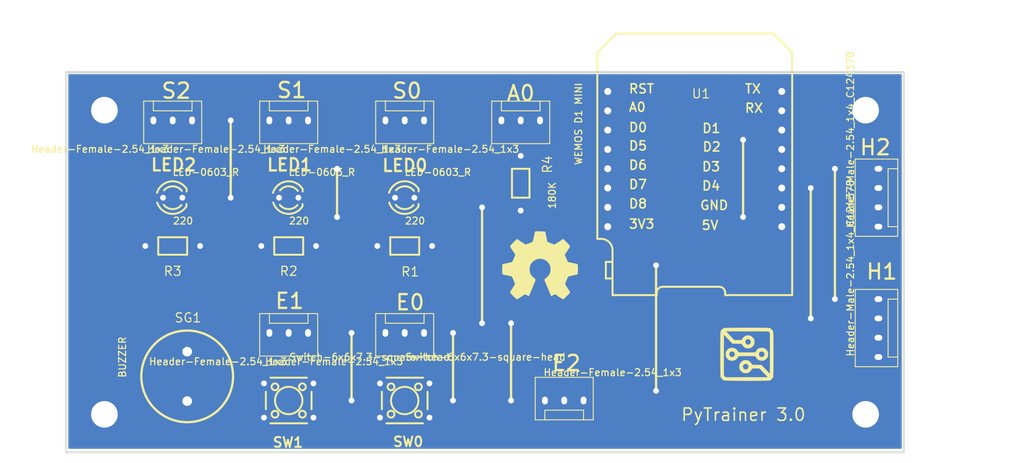
<source format=kicad_pcb>
(kicad_pcb (version 20241229) (generator "pcbnew") (generator_version "9.0")
  (layers (0 "F.Cu" signal "TopLayer") (2 "B.Cu" signal "BottomLayer") (13 "F.Paste" user "TopPasteMaskLayer") (15 "B.Paste" user "BottomPasteMaskLayer") (5 "F.SilkS" user "TopSilkLayer") (7 "B.SilkS" user "BottomSilkLayer") (1 "F.Mask" user "TopSolderMaskLayer") (3 "B.Mask" user "BottomSolderMaskLayer") (25 "Edge.Cuts" user "BoardOutLine"))
  (net 1 "")
  (net 2 "BUZZER")
  (net 3 "+5V")
  (net 4 "IN0")
  (net 5 "OUT2")
  (net 6 "SCL")
  (net 7 "SDA")
  (net 8 "IN2")
  (net 9 "IN1")
  (net 10 "A0")
  (net 11 "R3_1")
  (net 12 "GND")
  (net 13 "OUT1")
  (net 14 "R2_1")
  (net 15 "R1_1")
  (net 16 "OUT0")
  (net 17 "R4_1")
  (footprint "PyTrainer:Pad_gge6586" (layer "F.Cu") (at 167.47 121.91)
    (property "Reference" "Pad_gge6586" (hide yes))
    (property "Value" "Pad_gge6586" (hide yes))
    (pad "" thru_hole oval (at 0 0) (size 2.032 2.032) (drill 0.762) (layers "*.Cu" "*.Mask") (net 8 "IN2"))
  )
  (footprint "PyTrainer:Hole_gge2788" (layer "F.Cu") (at 95 124.9999)
    (property "Reference" "Hole_gge2788" (hide yes))
    (property "Value" "Hole_gge2788" (hide yes))
    (pad "" np_thru_hole circle (at 0 0) (size 3.5 3.5) (drill 3.5) (layers "*.Cu" "*.Mask"))
  )
  (footprint "PyTrainer:MOLEX-1X3" (layer "F.Cu") (at 152.23 86.35 180)
    (property "Reference" "A0" (at 4.5441 4.7483 0) (layer "F.SilkS") (effects (font (size 2 2) (thickness 0.3)) (justify left top)))
    (property "Value" "Header-Female-2.54_1x3" (at 20.9753 -3.2385 0) (layer "F.SilkS") (effects (font (size 0.9144 0.9144) (thickness 0.1524)) (justify left top)))
    (pad "1" thru_hole rect (at 0 0 180) (size 1.778 2.286) (drill oval 0.762 1.0211) (layers "*.Cu" "*.Mask") (net 17 "R4_1"))
    (pad "2" thru_hole oval (at 2.54 0 180) (size 1.778 2.286) (drill oval 0.762 1.0211) (layers "*.Cu" "*.Mask") (net 3 "+5V"))
    (pad "3" thru_hole oval (at 5.08 0 180) (size 1.778 2.286) (drill oval 0.762 1.0211) (layers "*.Cu" "*.Mask") (net 12 "GND"))
  )
  (footprint "PyTrainer:Hole_gge2783" (layer "F.Cu") (at 95 85)
    (property "Reference" "Hole_gge2783" (hide yes))
    (property "Value" "Hole_gge2783" (hide yes))
    (pad "" np_thru_hole circle (at 0 0) (size 3.5 3.5) (drill 3.5) (layers "*.Cu" "*.Mask"))
  )
  (footprint "PyTrainer:Pad_gge6679" (layer "F.Cu") (at 127.465 114.29)
    (property "Reference" "Pad_gge6679" (hide yes))
    (property "Value" "Pad_gge6679" (hide yes))
    (pad "" thru_hole oval (at 0 0) (size 2.032 2.032) (drill 0.762) (layers "*.Cu" "*.Mask") (net 12 "GND"))
  )
  (footprint "PyTrainer:Pad_gge6667" (layer "F.Cu") (at 178.9 88.89)
    (property "Reference" "Pad_gge6667" (hide yes))
    (property "Value" "Pad_gge6667" (hide yes))
    (pad "" thru_hole oval (at 0 0) (size 2.54 2.54) (drill 0.762) (layers "*.Cu" "*.Mask") (net 12 "GND"))
  )
  (footprint "PyTrainer:LED-TH_BD3.0-P2.54-FD" (layer "F.Cu") (at 119.21 96.51)
    (property "Reference" "LED1" (at -3.015 -5.25 0) (layer "F.SilkS") (effects (font (size 1.6 1.6) (thickness 0.3)) (justify left top)))
    (property "Value" "LED-0603_R" (at -0.0988 -3.8837 0) (layer "F.SilkS") (effects (font (size 0.9144 0.9144) (thickness 0.1524)) (justify left top)))
    (pad "1" thru_hole oval (at -1.27 0) (size 1.778 2.286) (drill 0.762) (layers "*.Cu" "*.Mask") (net 14 "R2_1"))
    (pad "2" thru_hole rect (at 1.27 0) (size 1.778 2.286) (drill 0.762) (layers "*.Cu" "*.Mask") (net 12 "GND"))
  )
  (footprint "PyTrainer:Pad_gge6562" (layer "F.Cu") (at 125.56 99.05)
    (property "Reference" "Pad_gge6562" (hide yes))
    (property "Value" "Pad_gge6562" (hide yes))
    (pad "" thru_hole oval (at 0 0) (size 2.54 2.54) (drill 0.762) (layers "*.Cu" "*.Mask") (net 13 "OUT1"))
  )
  (footprint "PyTrainer:Pad_gge6538" (layer "F.Cu") (at 111.59 96.51)
    (property "Reference" "Pad_gge6538" (hide yes))
    (property "Value" "Pad_gge6538" (hide yes))
    (pad "" thru_hole oval (at 0 0) (size 2.54 2.54) (drill 0.762) (layers "*.Cu" "*.Mask") (net 5 "OUT2"))
  )
  (footprint "PyTrainer:SW-TH_4P-L6.0-W6.0-P4.50-LS6.5" (layer "F.Cu") (at 134.45 123.18)
    (property "Reference" "SW0" (at -1.665 4.675 0) (layer "F.SilkS") (effects (font (size 1.28 1.28) (thickness 0.25)) (justify left top)))
    (property "Value" "Switch-6x6x7.3-square-head" (at 0 -6.2484 0) (layer "F.SilkS") (effects (font (size 0.9144 0.9144) (thickness 0.1524)) (justify left top)))
    (pad "1" thru_hole oval (at -3.2499 -2.2499) (size 2.286 2.286) (drill 0.762) (layers "*.Cu" "*.Mask") (net 9 "IN1"))
    (pad "2" thru_hole oval (at 3.2499 -2.2499) (size 2.286 2.286) (drill 0.762) (layers "*.Cu" "*.Mask") (net 9 "IN1"))
    (pad "3" thru_hole oval (at -3.2499 2.2499) (size 2.286 2.286) (drill 0.762) (layers "*.Cu" "*.Mask") (net 12 "GND"))
    (pad "4" thru_hole oval (at 3.2499 2.2499) (size 2.286 2.286) (drill 0.762) (layers "*.Cu" "*.Mask") (net 12 "GND"))
  )
  (footprint "PyTrainer:Pad_gge6574" (layer "F.Cu") (at 167.47 105.4)
    (property "Reference" "Pad_gge6574" (hide yes))
    (property "Value" "Pad_gge6574" (hide yes))
    (pad "" thru_hole oval (at 0 0) (size 2.032 2.032) (drill 0.762) (layers "*.Cu" "*.Mask") (net 8 "IN2"))
  )
  (footprint "PyTrainer:LED-TH_BD3.0-P2.54-FD" (layer "F.Cu") (at 103.97 96.51)
    (property "Reference" "LED2" (at -3.015 -5.25 0) (layer "F.SilkS") (effects (font (size 1.6 1.6) (thickness 0.3)) (justify left top)))
    (property "Value" "LED-0603_R" (at -0.0988 -3.8837 0) (layer "F.SilkS") (effects (font (size 0.9144 0.9144) (thickness 0.1524)) (justify left top)))
    (pad "1" thru_hole oval (at -1.27 0) (size 1.778 2.286) (drill 0.762) (layers "*.Cu" "*.Mask") (net 11 "R3_1"))
    (pad "2" thru_hole rect (at 1.27 0) (size 1.778 2.286) (drill 0.762) (layers "*.Cu" "*.Mask") (net 12 "GND"))
  )
  (footprint "PyTrainer:Pad_gge6514" (layer "F.Cu") (at 144.61 97.78)
    (property "Reference" "Pad_gge6514" (hide yes))
    (property "Value" "Pad_gge6514" (hide yes))
    (pad "" thru_hole oval (at 0 0) (size 2.54 2.54) (drill 0.762) (layers "*.Cu" "*.Mask") (net 3 "+5V"))
  )
  (footprint "PyTrainer:Pad_gge6622" (layer "F.Cu") (at 190.965 109.845)
    (property "Reference" "Pad_gge6622" (hide yes))
    (property "Value" "Pad_gge6622" (hide yes))
    (pad "" thru_hole oval (at 0 0) (size 2.032 2.032) (drill 0.762) (layers "*.Cu" "*.Mask") (net 6 "SCL"))
  )
  (footprint "PyTrainer:WEMOS D1 MINI" (layer "F.Cu") (at 161.12 100.32 90)
    (property "Reference" "U1" (at 18.185 10.955 0) (layer "F.SilkS") (effects (font (size 1.2 1.2) (thickness 0.1524)) (justify left top)))
    (property "Value" "WEMOS D1 MINI" (at 8.018 -4.3703 90) (layer "F.SilkS") (effects (font (size 0.9144 0.9144) (thickness 0.1524)) (justify left top)))
    (fp_text user "D1" (at 13.6386 12.3053 0) (layer "F.SilkS") (effects (font (size 1.2 1.2) (thickness 0.2032)) (justify left top)))
    (fp_text user "GND" (at 3.5117 12.0183 0) (layer "F.SilkS") (effects (font (size 1.2 1.2) (thickness 0.2032)) (justify left top)))
    (fp_text user "D2" (at 11.2 12.352 0) (layer "F.SilkS") (effects (font (size 1.2 1.2) (thickness 0.2032)) (justify left top)))
    (fp_text user "D8" (at 3.7187 2.667 0) (layer "F.SilkS") (effects (font (size 1.2 1.2) (thickness 0.2032)) (justify left top)))
    (fp_text user "5V" (at 0.8916 12.225 0) (layer "F.SilkS") (effects (font (size 1.2 1.2) (thickness 0.2032)) (justify left top)))
    (fp_text user "D4" (at 6.073 12.272 0) (layer "F.SilkS") (effects (font (size 1.2 1.2) (thickness 0.2032)) (justify left top)))
    (fp_text user "3V3" (at 1.0517 2.6673 0) (layer "F.SilkS") (effects (font (size 1.2 1.2) (thickness 0.2032)) (justify left top)))
    (fp_text user "D6" (at 8.7987 2.6673 0) (layer "F.SilkS") (effects (font (size 1.2 1.2) (thickness 0.2032)) (justify left top)))
    (fp_text user "D0" (at 13.7517 2.667 0) (layer "F.SilkS") (effects (font (size 1.2 1.2) (thickness 0.2032)) (justify left top)))
    (fp_text user "TX" (at 18.8317 17.9073 0) (layer "F.SilkS") (effects (font (size 1.2 1.2) (thickness 0.2032)) (justify left top)))
    (fp_text user "A0" (at 16.4187 2.667 0) (layer "F.SilkS") (effects (font (size 1.2 1.2) (thickness 0.2032)) (justify left top)))
    (fp_text user "D7" (at 6.2587 2.667 0) (layer "F.SilkS") (effects (font (size 1.2 1.2) (thickness 0.2032)) (justify left top)))
    (fp_text user "D5" (at 11.3387 2.667 0) (layer "F.SilkS") (effects (font (size 1.2 1.2) (thickness 0.2032)) (justify left top)))
    (fp_text user "RST" (at 18.8317 2.6673 0) (layer "F.SilkS") (effects (font (size 1.2 1.2) (thickness 0.2032)) (justify left top)))
    (fp_text user "RX" (at 16.2917 17.9073 0) (layer "F.SilkS") (effects (font (size 1.2 1.2) (thickness 0.2032)) (justify left top)))
    (fp_text user "D3" (at 8.5917 12.2723 0) (layer "F.SilkS") (effects (font (size 1.2 1.2) (thickness 0.2032)) (justify left top)))
    (pad "1" thru_hole rect (at 0 22.86 90) (size 1.778 3.302) (drill 0.9144) (layers "*.Cu" "*.Mask") (net 3 "+5V"))
    (pad "2" thru_hole rect (at 2.54 22.86 90) (size 1.778 3.302) (drill 0.9144) (layers "*.Cu" "*.Mask") (net 12 "GND"))
    (pad "3" thru_hole rect (at 5.08 22.86 90) (size 1.778 3.302) (drill 0.9144) (layers "*.Cu" "*.Mask") (net 9 "IN1"))
    (pad "4" thru_hole rect (at 7.62 22.86 90) (size 1.778 3.302) (drill 0.9144) (layers "*.Cu" "*.Mask") (net 4 "IN0"))
    (pad "5" thru_hole rect (at 10.16 22.86 90) (size 1.778 3.302) (drill 0.9144) (layers "*.Cu" "*.Mask") (net 7 "SDA"))
    (pad "6" thru_hole rect (at 12.7 22.86 90) (size 1.778 3.302) (drill 0.9144) (layers "*.Cu" "*.Mask") (net 6 "SCL"))
    (pad "7" thru_hole rect (at 15.24 22.86 90) (size 1.778 3.302) (drill 0.9144) (layers "*.Cu" "*.Mask") (net 0 ""))
    (pad "8" thru_hole rect (at 17.78 22.86 90) (size 1.778 3.302) (drill 0.9144) (layers "*.Cu" "*.Mask") (net 0 ""))
    (pad "9" thru_hole rect (at 17.78 0 90) (size 1.778 3.302) (drill 0.9144) (layers "*.Cu" "*.Mask") (net 0 ""))
    (pad "10" thru_hole rect (at 15.24 0 90) (size 1.778 3.302) (drill 0.9144) (layers "*.Cu" "*.Mask") (net 10 "A0"))
    (pad "11" thru_hole rect (at 12.7 0 90) (size 1.778 3.302) (drill 0.9144) (layers "*.Cu" "*.Mask") (net 5 "OUT2"))
    (pad "12" thru_hole rect (at 10.16 0 90) (size 1.778 3.302) (drill 0.9144) (layers "*.Cu" "*.Mask") (net 8 "IN2"))
    (pad "13" thru_hole rect (at 7.62 0 90) (size 1.778 3.302) (drill 0.9144) (layers "*.Cu" "*.Mask") (net 16 "OUT0"))
    (pad "14" thru_hole rect (at 5.08 0 90) (size 1.778 3.302) (drill 0.9144) (layers "*.Cu" "*.Mask") (net 2 "BUZZER"))
    (pad "15" thru_hole rect (at 2.54 0 90) (size 1.778 3.302) (drill 0.9144) (layers "*.Cu" "*.Mask") (net 13 "OUT1"))
    (pad "16" thru_hole rect (at 0 0 90) (size 1.778 3.302) (drill 0.9144) (layers "*.Cu" "*.Mask") (net 0 ""))
  )
  (footprint "PyTrainer:Pad_gge6490" (layer "F.Cu") (at 148.42 113.02)
    (property "Reference" "Pad_gge6490" (hide yes))
    (property "Value" "Pad_gge6490" (hide yes))
    (pad "" thru_hole oval (at 0 0) (size 2.54 2.54) (drill 0.762) (layers "*.Cu" "*.Mask") (net 3 "+5V"))
  )
  (footprint "PyTrainer:MOLEX-1X3" (layer "F.Cu") (at 121.75 114.29 180)
    (property "Reference" "E1" (at 4.4793 5.3693 0) (layer "F.SilkS") (effects (font (size 2 2) (thickness 0.3)) (justify left top)))
    (property "Value" "Header-Female-2.54_1x3" (at 20.9753 -3.2385 0) (layer "F.SilkS") (effects (font (size 0.9144 0.9144) (thickness 0.1524)) (justify left top)))
    (pad "1" thru_hole rect (at 0 0 180) (size 1.778 2.286) (drill oval 0.762 1.0211) (layers "*.Cu" "*.Mask") (net 4 "IN0"))
    (pad "2" thru_hole oval (at 2.54 0 180) (size 1.778 2.286) (drill oval 0.762 1.0211) (layers "*.Cu" "*.Mask") (net 3 "+5V"))
    (pad "3" thru_hole oval (at 5.08 0 180) (size 1.778 2.286) (drill oval 0.762 1.0211) (layers "*.Cu" "*.Mask") (net 12 "GND"))
  )
  (footprint "PyTrainer:Pad_gge6634" (layer "F.Cu") (at 187.79 112.385)
    (property "Reference" "Pad_gge6634" (hide yes))
    (property "Value" "Pad_gge6634" (hide yes))
    (pad "" thru_hole oval (at 0 0) (size 2.032 2.032) (drill 0.762) (layers "*.Cu" "*.Mask") (net 7 "SDA"))
  )
  (footprint "PyTrainer:Pad_gge6466" (layer "F.Cu") (at 140.8 114.29)
    (property "Reference" "Pad_gge6466" (hide yes))
    (property "Value" "Pad_gge6466" (hide yes))
    (pad "" thru_hole oval (at 0 0) (size 2.032 2.032) (drill 0.762) (layers "*.Cu" "*.Mask") (net 9 "IN1"))
  )
  (footprint "PyTrainer:Pad_gge6655" (layer "F.Cu") (at 178.9 99.05)
    (property "Reference" "Pad_gge6655" (hide yes))
    (property "Value" "Pad_gge6655" (hide yes))
    (pad "" thru_hole oval (at 0 0) (size 2.54 2.54) (drill 0.762) (layers "*.Cu" "*.Mask") (net 12 "GND"))
  )
  (footprint "PyTrainer:Pad_gge6550" (layer "F.Cu") (at 125.56 92.7)
    (property "Reference" "Pad_gge6550" (hide yes))
    (property "Value" "Pad_gge6550" (hide yes))
    (pad "" thru_hole oval (at 0 0) (size 2.54 2.54) (drill 0.762) (layers "*.Cu" "*.Mask") (net 13 "OUT1"))
  )
  (footprint "PyTrainer:Pad_gge6502" (layer "F.Cu") (at 148.42 123.18)
    (property "Reference" "Pad_gge6502" (hide yes))
    (property "Value" "Pad_gge6502" (hide yes))
    (pad "" thru_hole oval (at 0 0) (size 2.54 2.54) (drill 0.762) (layers "*.Cu" "*.Mask") (net 3 "+5V"))
  )
  (footprint "PyTrainer:RD-3.2X1.8-1/8W" (layer "F.Cu") (at 119.21 102.86)
    (property "Reference" "R2" (at -1.2695 2.61 0) (layer "F.SilkS") (effects (font (size 1.2 1.2) (thickness 0.1524)) (justify left top)))
    (property "Value" "220" (at -0.0485 -3.8354 0) (layer "F.SilkS") (effects (font (size 0.9144 0.9144) (thickness 0.1524)) (justify left top)))
    (pad "1" thru_hole oval (at -3.5999 0) (size 2.032 2.032) (drill 0.762) (layers "*.Cu" "*.Mask") (net 14 "R2_1"))
    (pad "2" thru_hole oval (at 3.5999 0) (size 2.032 2.032) (drill 0.762) (layers "*.Cu" "*.Mask") (net 13 "OUT1"))
  )
  (footprint "PyTrainer:Pad_gge6598" (layer "F.Cu") (at 187.79 95.24)
    (property "Reference" "Pad_gge6598" (hide yes))
    (property "Value" "Pad_gge6598" (hide yes))
    (pad "" thru_hole oval (at 0 0) (size 2.032 2.032) (drill 0.762) (layers "*.Cu" "*.Mask") (net 7 "SDA"))
  )
  (footprint "PyTrainer:LED-TH_BD3.0-P2.54-FD" (layer "F.Cu") (at 134.45 96.51)
    (property "Reference" "LED0" (at -3.1148 -5.172 0) (layer "F.SilkS") (effects (font (size 1.6 1.6) (thickness 0.3)) (justify left top)))
    (property "Value" "LED-0603_R" (at -0.0998 -3.8844 0) (layer "F.SilkS") (effects (font (size 0.9144 0.9144) (thickness 0.1524)) (justify left top)))
    (pad "1" thru_hole oval (at -1.27 0) (size 1.778 2.286) (drill 0.762) (layers "*.Cu" "*.Mask") (net 15 "R1_1"))
    (pad "2" thru_hole rect (at 1.27 0) (size 1.778 2.286) (drill 0.762) (layers "*.Cu" "*.Mask") (net 12 "GND"))
  )
  (footprint "PyTrainer:SW-TH_4P-L6.0-W6.0-P4.50-LS6.5" (layer "F.Cu") (at 119.21 123.18)
    (property "Reference" "SW1" (at -2.22 4.755 0) (layer "F.SilkS") (effects (font (size 1.28 1.28) (thickness 0.25)) (justify left top)))
    (property "Value" "Switch-6x6x7.3-square-head" (at 0 -6.2484 0) (layer "F.SilkS") (effects (font (size 0.9144 0.9144) (thickness 0.1524)) (justify left top)))
    (pad "1" thru_hole oval (at -3.2499 -2.2499) (size 2.286 2.286) (drill 0.762) (layers "*.Cu" "*.Mask") (net 4 "IN0"))
    (pad "2" thru_hole oval (at 3.2499 -2.2499) (size 2.286 2.286) (drill 0.762) (layers "*.Cu" "*.Mask") (net 4 "IN0"))
    (pad "3" thru_hole oval (at -3.2499 2.2499) (size 2.286 2.286) (drill 0.762) (layers "*.Cu" "*.Mask") (net 12 "GND"))
    (pad "4" thru_hole oval (at 3.2499 2.2499) (size 2.286 2.286) (drill 0.762) (layers "*.Cu" "*.Mask") (net 12 "GND"))
  )
  (footprint "PyTrainer:Hole_gge3664" (layer "F.Cu") (at 194.9998 124.9999)
    (property "Reference" "Hole_gge3664" (hide yes))
    (property "Value" "Hole_gge3664" (hide yes))
    (pad "" np_thru_hole circle (at 0 0) (size 3.5 3.5) (drill 3.5) (layers "*.Cu" "*.Mask"))
  )
  (footprint "PyTrainer:Pad_gge6526" (layer "F.Cu") (at 111.59 86.35)
    (property "Reference" "Pad_gge6526" (hide yes))
    (property "Value" "Pad_gge6526" (hide yes))
    (pad "" thru_hole oval (at 0 0) (size 2.54 2.54) (drill 0.762) (layers "*.Cu" "*.Mask") (net 5 "OUT2"))
  )
  (footprint "PyTrainer:Pad_gge6454" (layer "F.Cu") (at 140.7868 123.18)
    (property "Reference" "Pad_gge6454" (hide yes))
    (property "Value" "Pad_gge6454" (hide yes))
    (pad "" thru_hole oval (at 0 0) (size 2.032 2.032) (drill 0.762) (layers "*.Cu" "*.Mask") (net 9 "IN1"))
  )
  (footprint "PyTrainer:Pad_gge6610" (layer "F.Cu") (at 190.965 92.7)
    (property "Reference" "Pad_gge6610" (hide yes))
    (property "Value" "Pad_gge6610" (hide yes))
    (pad "" thru_hole oval (at 0 0) (size 2.032 2.032) (drill 0.762) (layers "*.Cu" "*.Mask") (net 6 "SCL"))
  )
  (footprint "PyTrainer:RD-3.2X1.8-1/8W" (layer "F.Cu") (at 103.97 102.86)
    (property "Reference" "R3" (at -1.2695 2.61 0) (layer "F.SilkS") (effects (font (size 1.2 1.2) (thickness 0.1524)) (justify left top)))
    (property "Value" "220" (at -0.0478 -3.8354 0) (layer "F.SilkS") (effects (font (size 0.9144 0.9144) (thickness 0.1524)) (justify left top)))
    (pad "1" thru_hole oval (at -3.5999 0) (size 2.032 2.032) (drill 0.762) (layers "*.Cu" "*.Mask") (net 11 "R3_1"))
    (pad "2" thru_hole oval (at 3.5999 0) (size 2.032 2.032) (drill 0.762) (layers "*.Cu" "*.Mask") (net 5 "OUT2"))
  )
  (footprint "PyTrainer:MOLEX-1X4" (layer "F.Cu") (at 196.68 100.32 90)
    (property "Reference" "H2" (at 11.5999 -2.6149 0) (layer "F.SilkS") (effects (font (size 2 2) (thickness 0.3)) (justify left top)))
    (property "Value" "Header-Male-2.54_1x4_C124378" (at -0.254 -4.2164 90) (layer "F.SilkS") (effects (font (size 0.9144 0.9144) (thickness 0.1524)) (justify left top)))
    (pad "1" thru_hole rect (at 0 0 90) (size 1.778 2.286) (drill oval 0.762 1.0211) (layers "*.Cu" "*.Mask") (net 12 "GND"))
    (pad "2" thru_hole oval (at 2.54 0 90) (size 1.778 2.286) (drill oval 0.762 1.0211) (layers "*.Cu" "*.Mask") (net 3 "+5V"))
    (pad "3" thru_hole oval (at 5.08 0 90) (size 1.778 2.286) (drill oval 0.762 1.0211) (layers "*.Cu" "*.Mask") (net 7 "SDA"))
    (pad "4" thru_hole oval (at 7.62 0 90) (size 1.778 2.286) (drill oval 0.762 1.0211) (layers "*.Cu" "*.Mask") (net 6 "SCL"))
  )
  (footprint "PyTrainer:RD-3.2X1.8-1/8W" (layer "F.Cu") (at 149.69 94.605 -90)
    (property "Reference" "R4" (at -1.1905 -2.804 270) (layer "F.SilkS") (effects (font (size 1.2 1.2) (thickness 0.1524)) (justify left top)))
    (property "Value" "180K" (at 3.4691 -3.6043 90) (layer "F.SilkS") (effects (font (size 0.9144 0.9144) (thickness 0.1524)) (justify left top)))
    (pad "1" thru_hole oval (at -3.5999 0 270) (size 2.032 2.032) (drill 0.762) (layers "*.Cu" "*.Mask") (net 17 "R4_1"))
    (pad "2" thru_hole oval (at 3.5999 0 270) (size 2.032 2.032) (drill 0.762) (layers "*.Cu" "*.Mask") (net 10 "A0"))
  )
  (footprint "PyTrainer:MOLEX-1X3" (layer "F.Cu") (at 121.75 86.35 180)
    (property "Reference" "S1" (at 4.2583 5.1483 0) (layer "F.SilkS") (effects (font (size 2 2) (thickness 0.3)) (justify left top)))
    (property "Value" "Header-Female-2.54_1x3" (at 21.2293 -3.2385 0) (layer "F.SilkS") (effects (font (size 0.9144 0.9144) (thickness 0.1524)) (justify left top)))
    (pad "1" thru_hole rect (at 0 0 180) (size 1.778 2.286) (drill oval 0.762 1.0211) (layers "*.Cu" "*.Mask") (net 13 "OUT1"))
    (pad "2" thru_hole oval (at 2.54 0 180) (size 1.778 2.286) (drill oval 0.762 1.0211) (layers "*.Cu" "*.Mask") (net 3 "+5V"))
    (pad "3" thru_hole oval (at 5.08 0 180) (size 1.778 2.286) (drill oval 0.762 1.0211) (layers "*.Cu" "*.Mask") (net 12 "GND"))
  )
  (footprint "PyTrainer:BUZZER-12MM-NS" (layer "F.Cu") (at 105.875 120.005 90)
    (property "Reference" "SG1" (at 8.406 -1.745 0) (layer "F.SilkS") (effects (font (size 1.2 1.2) (thickness 0.1524)) (justify left top)))
    (property "Value" "BUZZER" (at -0.254 -9.0424 90) (layer "F.SilkS") (effects (font (size 0.9144 0.9144) (thickness 0.1524)) (justify left top)))
    (pad "+" thru_hole oval (at 3.2512 0 90) (size 3.048 3.048) (drill 1.27) (layers "*.Cu" "*.Mask") (net 2 "BUZZER"))
    (pad "-" thru_hole oval (at -3.2512 0 90) (size 3.048 3.048) (drill 1.27) (layers "*.Cu" "*.Mask") (net 12 "GND"))
  )
  (footprint "PyTrainer:MOLEX-1X3" (layer "F.Cu") (at 106.51 86.35 180)
    (property "Reference" "S2" (at 4.1783 5.0683 0) (layer "F.SilkS") (effects (font (size 2 2) (thickness 0.3)) (justify left top)))
    (property "Value" "Header-Female-2.54_1x3" (at 21.2293 -3.2385 0) (layer "F.SilkS") (effects (font (size 0.9144 0.9144) (thickness 0.1524)) (justify left top)))
    (pad "1" thru_hole rect (at 0 0 180) (size 1.778 2.286) (drill oval 0.762 1.0211) (layers "*.Cu" "*.Mask") (net 5 "OUT2"))
    (pad "2" thru_hole oval (at 2.54 0 180) (size 1.778 2.286) (drill oval 0.762 1.0211) (layers "*.Cu" "*.Mask") (net 3 "+5V"))
    (pad "3" thru_hole oval (at 5.08 0 180) (size 1.778 2.286) (drill oval 0.762 1.0211) (layers "*.Cu" "*.Mask") (net 12 "GND"))
  )
  (footprint "PyTrainer:Pad_gge6691" (layer "F.Cu") (at 127.465 123.18)
    (property "Reference" "Pad_gge6691" (hide yes))
    (property "Value" "Pad_gge6691" (hide yes))
    (pad "" thru_hole oval (at 0 0) (size 2.032 2.032) (drill 0.762) (layers "*.Cu" "*.Mask") (net 12 "GND"))
  )
  (footprint "PyTrainer:RD-3.2X1.8-1/8W" (layer "F.Cu") (at 134.45 102.86)
    (property "Reference" "R1" (at -0.5545 2.69 0) (layer "F.SilkS") (effects (font (size 1.2 1.2) (thickness 0.1524)) (justify left top)))
    (property "Value" "220" (at -0.0485 -3.8354 0) (layer "F.SilkS") (effects (font (size 0.9144 0.9144) (thickness 0.1524)) (justify left top)))
    (pad "1" thru_hole oval (at -3.5999 0) (size 2.032 2.032) (drill 0.762) (layers "*.Cu" "*.Mask") (net 15 "R1_1"))
    (pad "2" thru_hole oval (at 3.5999 0) (size 2.032 2.032) (drill 0.762) (layers "*.Cu" "*.Mask") (net 16 "OUT0"))
  )
  (footprint "PyTrainer:Hole_gge3649" (layer "F.Cu") (at 194.9998 85)
    (property "Reference" "Hole_gge3649" (hide yes))
    (property "Value" "Hole_gge3649" (hide yes))
    (pad "" np_thru_hole circle (at 0 0) (size 3.5 3.5) (drill 3.5) (layers "*.Cu" "*.Mask"))
  )
  (footprint "PyTrainer:MOLEX-1X3" (layer "F.Cu") (at 136.99 86.35 180)
    (property "Reference" "S0" (at 4.3459 5.0683 0) (layer "F.SilkS") (effects (font (size 2 2) (thickness 0.3)) (justify left top)))
    (property "Value" "Header-Female-2.54_1x3" (at 21.2293 -3.2385 0) (layer "F.SilkS") (effects (font (size 0.9144 0.9144) (thickness 0.1524)) (justify left top)))
    (pad "1" thru_hole rect (at 0 0 180) (size 1.778 2.286) (drill oval 0.762 1.0211) (layers "*.Cu" "*.Mask") (net 16 "OUT0"))
    (pad "2" thru_hole oval (at 2.54 0 180) (size 1.778 2.286) (drill oval 0.762 1.0211) (layers "*.Cu" "*.Mask") (net 3 "+5V"))
    (pad "3" thru_hole oval (at 5.08 0 180) (size 1.778 2.286) (drill oval 0.762 1.0211) (layers "*.Cu" "*.Mask") (net 12 "GND"))
  )
  (footprint "PyTrainer:MOLEX-1X3" (layer "F.Cu") (at 152.865 123.18)
    (property "Reference" "E2" (at 0.765 -6.0848 0) (layer "F.SilkS") (effects (font (size 2 2) (thickness 0.3)) (justify left top)))
    (property "Value" "Header-Female-2.54_1x3" (at -0.254 -4.2164 0) (layer "F.SilkS") (effects (font (size 0.9144 0.9144) (thickness 0.1524)) (justify left top)))
    (pad "1" thru_hole rect (at 0 0) (size 1.778 2.286) (drill oval 0.762 1.0211) (layers "*.Cu" "*.Mask") (net 8 "IN2"))
    (pad "2" thru_hole oval (at 2.54 0) (size 1.778 2.286) (drill oval 0.762 1.0211) (layers "*.Cu" "*.Mask") (net 3 "+5V"))
    (pad "3" thru_hole oval (at 5.08 0) (size 1.778 2.286) (drill oval 0.762 1.0211) (layers "*.Cu" "*.Mask") (net 12 "GND"))
  )
  (footprint "PyTrainer:MOLEX-1X3" (layer "F.Cu") (at 136.99 114.29 180)
    (property "Reference" "E0" (at 3.8849 5.1849 0) (layer "F.SilkS") (effects (font (size 2 2) (thickness 0.3)) (justify left top)))
    (property "Value" "Header-Female-2.54_1x3" (at 20.9753 -3.2385 0) (layer "F.SilkS") (effects (font (size 0.9144 0.9144) (thickness 0.1524)) (justify left top)))
    (pad "1" thru_hole rect (at 0 0 180) (size 1.778 2.286) (drill oval 0.762 1.0211) (layers "*.Cu" "*.Mask") (net 9 "IN1"))
    (pad "2" thru_hole oval (at 2.54 0 180) (size 1.778 2.286) (drill oval 0.762 1.0211) (layers "*.Cu" "*.Mask") (net 3 "+5V"))
    (pad "3" thru_hole oval (at 5.08 0 180) (size 1.778 2.286) (drill oval 0.762 1.0211) (layers "*.Cu" "*.Mask") (net 12 "GND"))
  )
  (footprint "PyTrainer:Pad_gge6478" (layer "F.Cu") (at 144.61 113.02)
    (property "Reference" "Pad_gge6478" (hide yes))
    (property "Value" "Pad_gge6478" (hide yes))
    (pad "" thru_hole oval (at 0 0) (size 2.54 2.54) (drill 0.762) (layers "*.Cu" "*.Mask") (net 3 "+5V"))
  )
  (footprint "PyTrainer:MOLEX-1X4" (layer "F.Cu") (at 196.68 117.465 90)
    (property "Reference" "H1" (at 12.395 -1.759 0) (layer "F.SilkS") (effects (font (size 2 2) (thickness 0.3)) (justify left top)))
    (property "Value" "Header-Male-2.54_1x4_C124378" (at 0 -4.2164 90) (layer "F.SilkS") (effects (font (size 0.9144 0.9144) (thickness 0.1524)) (justify left top)))
    (pad "1" thru_hole rect (at 0 0 90) (size 1.778 2.286) (drill oval 0.762 1.0211) (layers "*.Cu" "*.Mask") (net 12 "GND"))
    (pad "2" thru_hole oval (at 2.54 0 90) (size 1.778 2.286) (drill oval 0.762 1.0211) (layers "*.Cu" "*.Mask") (net 3 "+5V"))
    (pad "3" thru_hole oval (at 5.08 0 90) (size 1.778 2.286) (drill oval 0.762 1.0211) (layers "*.Cu" "*.Mask") (net 7 "SDA"))
    (pad "4" thru_hole oval (at 7.62 0 90) (size 1.778 2.286) (drill oval 0.762 1.0211) (layers "*.Cu" "*.Mask") (net 6 "SCL"))
  )
  (gr_circle (center 105.875 120.005) (end 111.8991 120.005) (stroke (width 0.3)) (fill no) (layer "F.SilkS"))
  (gr_line (start 127.465 114.29) (end 127.465 123.18) (stroke (width 0.3)) (layer "F.SilkS"))
  (gr_line (start 144.61 97.78) (end 144.61 113.02) (stroke (width 0.3)) (layer "F.SilkS"))
  (gr_poly (pts (xy 181.518711 116.2554) (xy 181.6618 116.2897) (xy 181.760554 116.340995) (xy 181.846334 116.403168) (xy 181.930904 116.478149) (xy 182.066668 116.633228) (xy 182.1403 116.7585) (xy 182.177903 116.884393) (xy 182.193088 116.988852) (xy 182.198273 117.098744) (xy 182.181355 117.29915) (xy 182.1403 117.4431) (xy 182.079987 117.549541) (xy 182.013626 117.63551) (xy 181.935778 117.718741) (xy 181.781696 117.846669) (xy 181.6618 117.9119) (xy 181.534237 117.943942) (xy 181.428397 117.954369) (xy 181.316934 117.954531) (xy 181.113081 117.928309) (xy 180.967 117.8804) (xy 180.952032 117.872941) (xy 180.871335 117.820763) (xy 180.786279 117.749632) (xy 180.633668 117.584977) (xy 180.556647 117.466266) (xy 180.5381 117.4026) (xy 180.530074 117.387904) (xy 180.503314 117.37571) (xy 180.395589 117.359439) (xy 180.191382 117.349326) (xy 179.4006 117.3427) (xy 178.769221 117.345985) (xy 178.392871 117.360583) (xy 178.286101 117.379724) (xy 178.268475 117.390299) (xy 178.2631 117.4026) (xy 178.254584 117.442671) (xy 178.230776 117.492485) (xy 178.175044 117.575273) (xy 178.100883 117.663545) (xy 177.947377 117.807381) (xy 177.8343 117.8804) (xy 177.701842 117.925152) (xy 177.595545 117.944734) (xy 177.483924 117.954549) (xy 177.282576 117.946205) (xy 177.1394 117.9119) (xy 177.04074 117.860673) (xy 176.954987 117.798517) (xy 176.870432 117.723537) (xy 176.734646 117.568404) (xy 176.661 117.4431) (xy 176.63144 117.351657) (xy 176.612515 117.247631) (xy 176.603999 117.142798) (xy 177.093559 117.142798) (xy 177.10709 117.206496) (xy 177.1313 117.2717) (xy 177.1744 117.339408) (xy 177.216998 117.380569) (xy 177.266722 117.413574) (xy 177.324494 117.439074) (xy 177.386329 117.455093) (xy 177.511731 117.457909) (xy 177.62378 117.424842) (xy 177.7131 117.3616) (xy 177.765248 117.292514) (xy 177.790958 117.235422) (xy 177.806581 117.174649) (xy 177.809453 117.142817) (xy 180.987332 117.142817) (xy 181.000876 117.206506) (xy 181.0251 117.2717) (xy 181.0682 117.339408) (xy 181.110798 117.380569) (xy 181.160522 117.413574) (xy 181.218294 117.439074) (xy 181.280129 117.455093) (xy 181.405531 117.457909) (xy 181.51758 117.424842) (xy 181.6069 117.3616) (xy 181.659081 117.292456) (xy 181.684778 117.235362) (xy 181.700389 117.174589) (xy 181.706208 117.109954) (xy 181.701891 117.04521) (xy 181.666046 116.927198) (xy 181.602031 116.835937) (xy 181.5175 116.7766) (xy 181.450728 116.751686) (xy 181.385544 116.738142) (xy 181.322706 116.735237) (xy 181.261367 116.742553) (xy 181.204083 116.759512) (xy 181.150863 116.785787) (xy 181.103492 116.820341) (xy 181.029966 116.910359) (xy 180.989989 117.020477) (xy 180.987332 117.142817) (xy 177.809453 117.142817) (xy 177.812414 117.110006) (xy 177.808109 117.045253) (xy 177.772286 116.927217) (xy 177.708296 116.835942) (xy 177.6238 116.7766) (xy 177.557067 116.751702) (xy 177.491869 116.738149) (xy 177.429021 116.735235) (xy 177.367676 116.742542) (xy 177.310387 116.759491) (xy 177.257162 116.785757) (xy 177.209785 116.820304) (xy 177.13624 116.910315) (xy 177.096241 117.020441) (xy 177.093559 117.142798) (xy 176.603999 117.142798) (xy 176.603402 117.135444) (xy 176.612963 116.928503) (xy 176.6471 116.7848) (xy 176.692401 116.695121) (xy 176.753704 116.607638) (xy 176.828563 116.520402) (xy 176.982652 116.380282) (xy 177.1038 116.3056) (xy 177.179919 116.278889) (xy 177.268322 116.260557) (xy 177.376034 116.24992) (xy 177.488615 116.249385) (xy 177.690579 116.274445) (xy 177.8343 116.3212) (xy 177.849155 116.328599) (xy 177.929824 116.380737) (xy 178.014853 116.451834) (xy 178.167507 116.616525) (xy 178.244553 116.73526) (xy 178.2631 116.7989) (xy 178.27113 116.813626) (xy 178.297898 116.825842) (xy 178.405641 116.842141) (xy 178.609862 116.852268) (xy 179.4006 116.8589) (xy 180.032864 116.8556) (xy 180.408455 116.840986) (xy 180.515095 116.821825) (xy 180.532724 116.811228) (xy 180.5381 116.7989) (xy 180.546605 116.758898) (xy 180.570381 116.709161) (xy 180.626123 116.626384) (xy 180.700317 116.538102) (xy 180.853895 116.394231) (xy 180.967 116.3212) (xy 181.099506 116.276436) (xy 181.205804 116.256859) (xy 181.31742 116.247048)) (fill yes) (layer "F.SilkS"))
  (gr_line (start 148.42 113.02) (end 148.42 123.18) (stroke (width 0.3)) (layer "F.SilkS"))
  (gr_line (start 190.965 92.7) (end 190.965 109.845) (stroke (width 0.3)) (layer "F.SilkS"))
  (gr_poly (pts (xy 151.623 100.9468) (xy 151.592252 100.959592) (xy 151.56555 100.991408) (xy 151.522932 101.108944) (xy 151.4156 101.6183) (xy 151.34918 101.938647) (xy 151.28976 102.182744) (xy 151.2448 102.3092) (xy 151.161445 102.352461) (xy 150.757172 102.520512) (xy 150.489319 102.621237) (xy 150.3461 102.6645) (xy 150.301326 102.64554) (xy 150.028131 102.482585) (xy 149.7404 102.2961) (xy 149.1862 101.9277) (xy 148.749 102.3637) (xy 148.36681 102.768416) (xy 148.2887 102.8724) (xy 148.293362 102.925401) (xy 148.353142 103.054047) (xy 148.534 103.3378) (xy 148.888 103.8722) (xy 148.9735 104.014) (xy 148.8557 104.3105) (xy 148.6424 104.7956) (xy 148.617902 104.846327) (xy 148.57045 104.928947) (xy 148.535929 104.958415) (xy 148.483551 104.984137) (xy 148.293232 105.036784) (xy 147.935521 105.111772) (xy 147.7118 105.1576) (xy 147.2855 105.2455) (xy 147.2608 105.5926) (xy 147.249421 105.991565) (xy 147.2571 106.2626) (xy 147.261306 106.334405) (xy 147.261306 106.334405) (xy 147.268091 106.434305) (xy 147.281169 106.508907) (xy 147.308533 106.563757) (xy 147.358177 106.604399) (xy 147.438093 106.636379) (xy 147.556273 106.665242) (xy 147.9394 106.7358) (xy 148.350118 106.827666) (xy 148.455047 106.860605) (xy 148.5101 106.8869) (xy 148.548316 106.943253) (xy 148.676349 107.204494) (xy 148.888024 107.714207) (xy 148.9328 107.8675) (xy 148.9139 107.909597) (xy 148.6033 108.4075) (xy 148.431445 108.676488) (xy 148.312275 108.878801) (xy 148.2739 108.9631) (xy 148.292769 109.001154) (xy 148.414515 109.147929) (xy 148.750333 109.493635) (xy 148.967046 109.698085) (xy 149.133256 109.838663) (xy 149.195 109.8738) (xy 149.245547 109.854898) (xy 149.479502 109.720908) (xy 149.7543 109.5436) (xy 150.2463 109.2135) (xy 150.4992 109.3381) (xy 150.63672 109.400909) (xy 150.737163 109.437357) (xy 150.774 109.4408) (xy 150.800436 109.387772) (xy 151.069313 108.761126) (xy 151.39089 107.985586) (xy 151.5937 107.4752) (xy 151.663 107.2801) (xy 151.3651 106.9975) (xy 151.220064 106.85252) (xy 151.103628 106.717851) (xy 151.033011 106.619538) (xy 150.97615 106.521615) (xy 150.935542 106.431156) (xy 150.9045 106.337301) (xy 150.867563 106.130019) (xy 150.8591 105.922) (xy 150.864731 105.775963) (xy 150.880915 105.640733) (xy 150.904786 105.527859) (xy 150.937984 105.421374) (xy 150.978728 105.324798) (xy 151.028714 105.232157) (xy 151.159457 105.053209) (xy 151.2463 104.9602) (xy 151.429998 104.804548) (xy 151.631859 104.684222) (xy 151.848585 104.600301) (xy 152.075967 104.554179) (xy 152.308637 104.547117) (xy 152.540138 104.5797) (xy 152.653161 104.610713) (xy 152.763406 104.651389) (xy 152.869486 104.701239) (xy 152.971533 104.760403) (xy 153.067612 104.827784) (xy 153.15852 104.90402) (xy 153.24218 104.987423) (xy 153.31967 105.079172) (xy 153.389121 105.177188) (xy 153.451516 105.283049) (xy 153.4765 105.3319) (xy 153.557968 105.517586) (xy 153.594312 105.679331) (xy 153.603 105.9203) (xy 153.597723 106.076498) (xy 153.580988 106.218286) (xy 153.557462 106.326792) (xy 153.524281 106.42927) (xy 153.43291 106.611599) (xy 153.29494 106.794918) (xy 153.0835 107.0077) (xy 152.79 107.2755) (xy 152.8602 107.4729) (xy 153.035005 107.914829) (xy 153.61421 109.29807) (xy 153.6806 109.4408) (xy 153.706535 109.440068) (xy 153.842877 109.390266) (xy 153.9576 109.3371) (xy 154.2125 109.2114) (xy 154.7032 109.5426) (xy 155.142959 109.819104) (xy 155.2605 109.8738) (xy 155.299264 109.854933) (xy 155.447528 109.734037) (xy 155.795092 109.401876) (xy 156.001 109.187101) (xy 156.143625 109.02134) (xy 156.1808 108.9575) (xy 156.161899 108.909534) (xy 156.015034 108.655285) (xy 155.8514 108.3987) (xy 155.638841 108.067222) (xy 155.526951 107.876942) (xy 155.5219 107.8633) (xy 155.540211 107.796902) (xy 155.677253 107.446912) (xy 155.820847 107.114009) (xy 155.922522 106.90561) (xy 155.9314 106.8932) (xy 155.979807 106.86889) (xy 156.210059 106.802079) (xy 156.5299 106.7315) (xy 157.1272 106.6052) (xy 157.14863 106.576479) (xy 157.176851 106.461396) (xy 157.204152 106.174527) (xy 157.210484 105.952026) (xy 157.207123 105.716481) (xy 157.2004 105.5828) (xy 157.178 105.2361) (xy 156.5549 105.1132) (xy 156.024725 104.991501) (xy 155.8873 104.9417) (xy 155.8459 104.869317) (xy 155.6596 104.4537) (xy 155.4765 104.0144) (xy 155.8322 103.4781) (xy 156.01475 103.193661) (xy 156.125273 102.998885) (xy 156.159484 102.918912) (xy 156.165899 102.872494) (xy 156.1654 102.8707) (xy 156.128503 102.816616) (xy 155.911355 102.574455) (xy 155.7036 102.3617) (xy 155.2644 101.9237) (xy 154.7171 102.2941) (xy 154.240943 102.596042) (xy 154.0998 102.664) (xy 154.025093 102.644903) (xy 153.6033 102.4799) (xy 153.177 102.2962) (xy 153.047 101.6331) (xy 152.9171 100.9699) (xy 152.6013 100.9453) (xy 152.14316 100.926808) (xy 151.868127 100.92861) (xy 151.665485 100.940535)) (fill yes) (layer "F.SilkS"))
  (gr_line (start 140.8 114.29) (end 140.8 123.18) (stroke (width 0.3)) (layer "F.SilkS"))
  (gr_line (start 167.47 105.4) (end 167.47 121.91) (stroke (width 0.3)) (layer "F.SilkS"))
  (gr_line (start 125.56 92.7) (end 125.56 99.05) (stroke (width 0.3)) (layer "F.SilkS"))
  (gr_line (start 111.59 86.35) (end 111.59 96.51) (stroke (width 0.3)) (layer "F.SilkS"))
  (gr_poly (pts (xy 181.021411 113.607458) (xy 182.038929 113.621793) (xy 182.360307 113.642859) (xy 182.4544 113.6658) (xy 182.529872 113.713901) (xy 182.610026 113.779418) (xy 182.763839 113.94214) (xy 182.8516 114.0738) (xy 182.866636 114.16893) (xy 182.878726 114.395758) (xy 182.895453 115.374801) (xy 182.9007 117.1008) (xy 182.898333 118.355112) (xy 182.882751 119.676817) (xy 182.864264 120.058119) (xy 182.8516 120.1278) (xy 182.801377 120.209523) (xy 182.734085 120.295374) (xy 182.577187 120.450587) (xy 182.4544 120.5358) (xy 182.451837 120.53698) (xy 182.261083 120.559718) (xy 181.844955 120.577848) (xy 180.937171 120.596053) (xy 179.815284 120.60442) (xy 177.799876 120.595209) (xy 176.760054 120.570904) (xy 176.413548 120.548932) (xy 176.3469 120.5358) (xy 176.271428 120.487699) (xy 176.191274 120.422182) (xy 176.037461 120.25946) (xy 175.9497 120.1278) (xy 175.934664 120.032652) (xy 175.927486 119.898) (xy 176.3819 119.898) (xy 176.4893 120.006) (xy 176.5967 120.1139) (xy 179.3617 120.1139) (xy 182.1267 120.1139) (xy 182.0453 120.015) (xy 181.5033 119.4432) (xy 181.0428 118.9703) (xy 180.5498 118.9703) (xy 180.169467 118.980435) (xy 180.082237 118.999617) (xy 180.062567 119.015553) (xy 180.0569 119.0361) (xy 180.03634 119.094191) (xy 179.978384 119.180574) (xy 179.895123 119.279926) (xy 179.724836 119.445068) (xy 179.6139 119.523) (xy 179.602068 119.528764) (xy 179.522682 119.555239) (xy 179.424015 119.573151) (xy 179.305866 119.582814) (xy 179.183544 119.582688) (xy 178.992826 119.56014) (xy 178.8844 119.5239) (xy 178.873646 119.518005) (xy 178.788109 119.458935) (xy 178.693732 119.376989) (xy 178.527309 119.196944) (xy 178.4434 119.0721) (xy 178.411585 118.96626) (xy 178.398936 118.857456) (xy 178.39752 118.786848) (xy 178.892537 118.786848) (xy 178.925482 118.899581) (xy 178.9882 118.9891) (xy 179.071234 119.049841) (xy 179.128617 119.073229) (xy 179.188936 119.08641) (xy 179.252152 119.089635) (xy 179.315026 119.082757) (xy 179.429392 119.041869) (xy 179.518245 118.972289) (xy 179.5761 118.8811) (xy 179.602488 118.777685) (xy 179.604328 118.713586) (xy 179.595983 118.650937) (xy 179.552213 118.538083) (xy 179.481174 118.453263) (xy 179.3919 118.402) (xy 179.301594 118.371697) (xy 179.24109 118.361349) (xy 179.181841 118.371169) (xy 179.095301 118.401371) (xy 179.0879 118.4041) (xy 179.009454 118.449829) (xy 178.968996 118.491388) (xy 178.93646 118.540499) (xy 178.91116 118.59826) (xy 178.89525 118.660429) (xy 178.892537 118.786848) (xy 178.39752 118.786848) (xy 178.396506 118.736313) (xy 178.417139 118.520807) (xy 178.4548 118.386) (xy 178.515043 118.279601) (xy 178.581357 118.19367) (xy 178.659164 118.110478) (xy 178.813261 117.982549) (xy 178.9332 117.9173) (xy 179.023119 117.892089) (xy 179.127461 117.877232) (xy 179.239724 117.872505) (xy 179.44602 117.890143) (xy 179.588 117.9298) (xy 179.610098 117.940236) (xy 179.695248 117.995031) (xy 179.788646 118.072086) (xy 179.956897 118.246769) (xy 180.038353 118.363641) (xy 180.0569 118.4205) (xy 180.071852 118.448996) (xy 180.126037 118.467808) (xy 180.234887 118.479225) (xy 180.6783 118.4864) (xy 181.2997 118.4864) (xy 181.8579 119.0692) (xy 182.416 119.6521) (xy 182.4177 116.9779) (xy 182.4194 114.3036) (xy 182.312 114.1956) (xy 182.2046 114.0877) (xy 179.4375 114.0877) (xy 176.6704 114.0877) (xy 176.8427 114.2746) (xy 177.3866 114.8464) (xy 177.7582 115.2313) (xy 178.2513 115.2313) (xy 178.631788 115.221128) (xy 178.719074 115.201923) (xy 178.738734 115.186005) (xy 178.7444 115.1655) (xy 178.764965 115.107435) (xy 178.822945 115.021033) (xy 178.90624 114.921642) (xy 179.0765 114.756512) (xy 179.1874 114.6786) (xy 179.199416 114.672749) (xy 179.278848 114.646297) (xy 179.377558 114.628411) (xy 179.495679 114.618783) (xy 179.617958 114.618941) (xy 179.808543 114.641531) (xy 179.9169 114.6778) (xy 179.927717 114.683728) (xy 180.013246 114.742789) (xy 180.107637 114.824738) (xy 180.274024 115.004719) (xy 180.3579 115.1295) (xy 180.382092 115.201412) (xy 180.398574 115.306948) (xy 180.405167 115.429642) (xy 180.392009 115.6536) (xy 180.3605 115.7893) (xy 180.3091 115.889224) (xy 180.247173 115.97545) (xy 180.172542 116.06042) (xy 180.018501 116.196554) (xy 179.8942 116.2703) (xy 179.77213 116.307466) (xy 179.668397 116.323065) (xy 179.558928 116.328672) (xy 179.358116 116.312453) (xy 179.2133 116.2718) (xy 179.191014 116.261279) (xy 179.105882 116.20648) (xy 179.012529 116.129442) (xy 178.844375 115.954796) (xy 178.762947 115.837903) (xy 178.7444 115.781) (xy 178.729469 115.752553) (xy 178.675383 115.733771) (xy 178.566761 115.722369) (xy 178.1244 115.7152) (xy 177.5044 115.7152) (xy 177.2657 115.46656) (xy 179.199975 115.46656) (xy 179.206726 115.53194) (xy 179.224 115.6001) (xy 179.261123 115.679072) (xy 179.296017 115.724385) (xy 179.337603 115.761956) (xy 179.38598 115.791895) (xy 179.439589 115.813072) (xy 179.498283 115.825206) (xy 179.560563 115.827605) (xy 179.625628 115.819868) (xy 179.6925 115.8016) (xy 179.69268 115.801537) (xy 179.747155 115.776742) (xy 179.794174 115.743995) (xy 179.836255 115.701402) (xy 179.869633 115.65252) (xy 179.895247 115.596036) (xy 179.911114 115.535959) (xy 179.913384 115.412436) (xy 179.878933 115.300513) (xy 179.813835 115.210913) (xy 179.7219 115.1482) (xy 179.705959 115.141221) (xy 179.640195 115.119167) (xy 179.576281 115.108062) (xy 179.513855 115.107318) (xy 179.454878 115.116536) (xy 179.399413 115.135327) (xy 179.349088 115.162902) (xy 179.267051 115.241526) (xy 179.215689 115.345114) (xy 179.203151 115.403743) (xy 179.199975 115.46656) (xy 177.2657 115.46656) (xy 176.9449 115.1324) (xy 176.3853 114.5495) (xy 176.3836 117.2238) (xy 176.3819 119.898) (xy 175.927486 119.898) (xy 175.922574 119.805862) (xy 175.905847 118.827065) (xy 175.9006 117.1015) (xy 175.903577 115.499315) (xy 175.918249 114.471561) (xy 175.939391 114.147304) (xy 175.9623 114.0525) (xy 176.061377 113.912631) (xy 176.225692 113.750242) (xy 176.36 113.655) (xy 176.45622 113.640084) (xy 176.690939 113.627991) (xy 177.67832 113.611128) (xy 179.3919 113.6051)) (fill yes) (layer "F.SilkS"))
  (gr_line (start 178.9 88.89) (end 178.9 99.05) (stroke (width 0.3)) (layer "F.SilkS"))
  (gr_line (start 187.79 95.24) (end 187.79 112.385) (stroke (width 0.3)) (layer "F.SilkS"))
  (gr_line (start 90 80) (end 90 80) (stroke (width 0.254)) (layer "Edge.Cuts"))
  (gr_line (start 199.9998 129.9999) (end 90 130) (stroke (width 0.254)) (layer "Edge.Cuts"))
  (gr_line (start 90 80) (end 199.9998 80) (stroke (width 0.254)) (layer "Edge.Cuts"))
  (gr_line (start 199.9998 80) (end 199.9998 129.9999) (stroke (width 0.254)) (layer "Edge.Cuts"))
  (gr_line (start 90 130) (end 90 130) (stroke (width 0.254)) (layer "Edge.Cuts"))
  (gr_line (start 90 130) (end 90 80) (stroke (width 0.254)) (layer "Edge.Cuts"))
  (gr_text "PyTrainer 3.0" (at 171.5599 112.5544 0) (layer "B.Cu") (effects (font (size 1.6256 1.6256) (thickness 0.2032)) (justify left top mirror)))
  (gr_text "PyTrainer 3.0" (at 170.645 124.0944 0) (layer "F.SilkS") (effects (font (size 1.6256 1.6256) (thickness 0.2032)) (justify left top)))
  (segment (start 164.93 96.51) (end 163.66 95.24) (width 0.635) (layer "B.Cu") (net 2))
  (segment (start 105.875 110.48) (end 108.415 107.94) (width 0.635) (layer "B.Cu") (net 2))
  (segment (start 108.415 107.94) (end 116.67 107.94) (width 0.635) (layer "B.Cu") (net 2))
  (segment (start 163.66 95.24) (end 161.12 95.24) (width 0.635) (layer "B.Cu") (net 2))
  (segment (start 116.67 107.94) (end 162.39 107.94) (width 0.635) (layer "B.Cu") (net 2))
  (segment (start 164.93 105.4) (end 164.93 96.51) (width 0.635) (layer "B.Cu") (net 2))
  (segment (start 162.39 107.94) (end 164.93 105.4) (width 0.635) (layer "B.Cu") (net 2))
  (segment (start 105.875 116.7538) (end 105.875 110.48) (width 0.635) (layer "B.Cu") (net 2))
  (segment (start 148.42 123.18) (end 148.42 113.02) (width 0.508) (layer "F.Cu") (net 3))
  (segment (start 144.61 97.78) (end 144.61 113.02) (width 0.508) (layer "F.Cu") (net 3))
  (segment (start 143.34 82.54) (end 143.34 96.51) (width 0.635) (layer "B.Cu") (net 3))
  (segment (start 155.405 123.18) (end 155.405 126.355) (width 0.635) (layer "B.Cu") (net 3))
  (segment (start 105.24 82.54) (end 103.97 83.81) (width 0.635) (layer "B.Cu") (net 3))
  (segment (start 134.45 86.35) (end 134.45 82.54) (width 0.635) (layer "B.Cu") (net 3))
  (segment (start 144.61 113.02) (end 143.975 113.02) (width 0.635) (layer "B.Cu") (net 3))
  (segment (start 183.98 103.495) (end 183.98 102.225) (width 0.635) (layer "B.Cu") (net 3))
  (segment (start 148.42 125.085) (end 148.42 123.18) (width 0.635) (layer "B.Cu") (net 3))
  (segment (start 183.98 114.925) (end 183.98 103.495) (width 0.635) (layer "B.Cu") (net 3))
  (segment (start 119.21 82.54) (end 119.21 86.35) (width 0.635) (layer "B.Cu") (net 3))
  (segment (start 192.235 97.78) (end 196.68 97.78) (width 0.635) (layer "B.Cu") (net 3))
  (segment (start 183.345 126.355) (end 149.69 126.355) (width 0.635) (layer "B.Cu") (net 3))
  (segment (start 120.48 111.115) (end 134.45 111.115) (width 0.635) (layer "B.Cu") (net 3))
  (segment (start 183.9317 114.925) (end 183.98 125.72) (width 0.635) (layer "B.Cu") (net 3))
  (segment (start 183.98 102.225) (end 183.98 100.955) (width 0.635) (layer "B.Cu") (net 3))
  (segment (start 183.98 100.32) (end 189.695 100.32) (width 0.635) (layer "B.Cu") (net 3))
  (segment (start 149.69 83.81) (end 148.42 82.54) (width 0.635) (layer "B.Cu") (net 3))
  (segment (start 196.68 114.925) (end 183.98 114.925) (width 0.635) (layer "B.Cu") (net 3))
  (segment (start 149.69 86.35) (end 149.69 83.81) (width 0.635) (layer "B.Cu") (net 3))
  (segment (start 119.21 112.385) (end 120.48 111.115) (width 0.635) (layer "B.Cu") (net 3))
  (segment (start 143.975 113.02) (end 142.07 111.115) (width 0.635) (layer "B.Cu") (net 3))
  (segment (start 189.695 100.32) (end 192.235 97.78) (width 0.635) (layer "B.Cu") (net 3))
  (segment (start 103.97 83.81) (end 103.97 86.35) (width 0.635) (layer "B.Cu") (net 3))
  (segment (start 142.07 111.115) (end 134.45 111.115) (width 0.635) (layer "B.Cu") (net 3))
  (segment (start 149.69 126.355) (end 148.42 125.085) (width 0.635) (layer "B.Cu") (net 3))
  (segment (start 148.42 113.02) (end 144.61 113.02) (width 0.635) (layer "B.Cu") (net 3))
  (segment (start 119.21 114.29) (end 119.21 112.385) (width 0.635) (layer "B.Cu") (net 3))
  (segment (start 148.42 82.54) (end 119.21 82.54) (width 0.635) (layer "B.Cu") (net 3))
  (segment (start 134.45 111.115) (end 134.45 114.29) (width 0.635) (layer "B.Cu") (net 3))
  (segment (start 120.48 82.54) (end 105.24 82.54) (width 0.635) (layer "B.Cu") (net 3))
  (segment (start 183.98 125.72) (end 183.345 126.355) (width 0.635) (layer "B.Cu") (net 3))
  (segment (start 143.34 96.51) (end 144.61 97.78) (width 0.635) (layer "B.Cu") (net 3))
  (segment (start 173.82 115.56) (end 173.82 113.02) (width 0.635) (layer "B.Cu") (net 4))
  (segment (start 173.82 95.24) (end 176.36 92.7) (width 0.635) (layer "B.Cu") (net 4))
  (segment (start 121.75 116.83) (end 172.55 116.83) (width 0.635) (layer "B.Cu") (net 4))
  (segment (start 115.9601 120.9301) (end 122.4599 120.9301) (width 0.635) (layer "B.Cu") (net 4))
  (segment (start 122.4599 120.9301) (end 121.75 120.2201) (width 0.635) (layer "B.Cu") (net 4))
  (segment (start 176.36 92.7) (end 183.98 92.7) (width 0.635) (layer "B.Cu") (net 4))
  (segment (start 121.75 120.2201) (end 121.75 116.83) (width 0.635) (layer "B.Cu") (net 4))
  (segment (start 173.82 113.02) (end 173.82 95.24) (width 0.635) (layer "B.Cu") (net 4))
  (segment (start 121.75 114.29) (end 121.75 116.83) (width 0.635) (layer "B.Cu") (net 4))
  (segment (start 172.55 116.83) (end 173.82 115.56) (width 0.635) (layer "B.Cu") (net 4))
  (segment (start 111.59 96.51) (end 111.59 86.4664) (width 0.635) (layer "F.Cu") (net 5))
  (segment (start 110.32 102.86) (end 111.59 101.59) (width 0.635) (layer "B.Cu") (net 5))
  (segment (start 98.89 106.67) (end 96.35 109.21) (width 0.635) (layer "B.Cu") (net 5))
  (segment (start 111.59 101.59) (end 111.59 96.51) (width 0.635) (layer "B.Cu") (net 5))
  (segment (start 168.105 109.21) (end 139.53 109.21) (width 0.635) (layer "B.Cu") (net 5))
  (segment (start 105.875 106.67) (end 98.89 106.67) (width 0.635) (layer "B.Cu") (net 5))
  (segment (start 168.74 87.62) (end 170.01 88.89) (width 0.635) (layer "B.Cu") (net 5))
  (segment (start 97.62 120.005) (end 109.685 120.005) (width 0.635) (layer "B.Cu") (net 5))
  (segment (start 170.01 107.305) (end 168.105 109.21) (width 0.635) (layer "B.Cu") (net 5))
  (segment (start 107.145 105.4) (end 105.875 106.67) (width 0.635) (layer "B.Cu") (net 5))
  (segment (start 161.12 87.62) (end 168.74 87.62) (width 0.635) (layer "B.Cu") (net 5))
  (segment (start 107.145 103.2842) (end 107.145 105.4) (width 0.635) (layer "B.Cu") (net 5))
  (segment (start 136.99 109.21) (end 139.53 109.21) (width 0.635) (layer "B.Cu") (net 5))
  (segment (start 106.51 86.35) (end 111.59 86.35) (width 0.635) (layer "B.Cu") (net 5))
  (segment (start 107.5692 102.86) (end 107.145 103.2842) (width 0.635) (layer "B.Cu") (net 5))
  (segment (start 111.59 109.21) (end 136.99 109.21) (width 0.635) (layer "B.Cu") (net 5))
  (segment (start 110.32 119.37) (end 110.32 110.48) (width 0.635) (layer "B.Cu") (net 5))
  (segment (start 170.01 88.89) (end 170.01 107.305) (width 0.635) (layer "B.Cu") (net 5))
  (segment (start 96.35 118.735) (end 97.62 120.005) (width 0.635) (layer "B.Cu") (net 5))
  (segment (start 110.32 110.48) (end 111.59 109.21) (width 0.635) (layer "B.Cu") (net 5))
  (segment (start 109.685 120.005) (end 110.32 119.37) (width 0.635) (layer "B.Cu") (net 5))
  (segment (start 96.35 109.21) (end 96.35 118.735) (width 0.635) (layer "B.Cu") (net 5))
  (segment (start 107.5699 102.86) (end 110.32 102.86) (width 0.635) (layer "B.Cu") (net 5))
  (segment (start 190.965 92.7) (end 190.965 109.845) (width 0.635) (layer "F.Cu") (net 6))
  (segment (start 183.98 87.62) (end 187.79 87.62) (width 0.635) (layer "B.Cu") (net 6))
  (segment (start 190.965 92.7) (end 192.2604 92.7) (width 0.635) (layer "B.Cu") (net 6))
  (segment (start 187.79 87.62) (end 190.33 90.16) (width 0.635) (layer "B.Cu") (net 6))
  (segment (start 192.2605 92.7) (end 196.68 92.7) (width 0.635) (layer "B.Cu") (net 6))
  (segment (start 190.33 92.065) (end 190.965 92.7) (width 0.635) (layer "B.Cu") (net 6))
  (segment (start 190.33 90.16) (end 190.33 92.065) (width 0.635) (layer "B.Cu") (net 6))
  (segment (start 190.965 109.845) (end 196.68 109.845) (width 0.635) (layer "B.Cu") (net 6))
  (segment (start 187.79 95.24) (end 187.79 112.385) (width 0.635) (layer "F.Cu") (net 7))
  (segment (start 186.52 90.16) (end 187.79 91.43) (width 0.635) (layer "B.Cu") (net 7))
  (segment (start 187.79 91.43) (end 187.79 94.605) (width 0.635) (layer "B.Cu") (net 7))
  (segment (start 187.79 95.24) (end 193.4797 95.24) (width 0.635) (layer "B.Cu") (net 7))
  (segment (start 193.4797 95.24) (end 196.68 95.24) (width 0.635) (layer "B.Cu") (net 7))
  (segment (start 183.98 90.16) (end 186.52 90.16) (width 0.635) (layer "B.Cu") (net 7))
  (segment (start 187.79 112.385) (end 196.68 112.385) (width 0.635) (layer "B.Cu") (net 7))
  (segment (start 187.79 94.605) (end 187.79 95.24) (width 0.635) (layer "B.Cu") (net 7))
  (segment (start 167.47 105.4) (end 167.47 121.91) (width 0.635) (layer "F.Cu") (net 8))
  (segment (start 167.47 91.43) (end 167.47 105.4) (width 0.635) (layer "B.Cu") (net 8))
  (segment (start 152.865 123.18) (end 152.865 121.275) (width 0.635) (layer "B.Cu") (net 8))
  (segment (start 167.47 121.275) (end 167.47 121.91) (width 0.635) (layer "B.Cu") (net 8))
  (segment (start 152.865 121.275) (end 154.135 120.005) (width 0.635) (layer "B.Cu") (net 8))
  (segment (start 166.2 90.16) (end 167.47 91.43) (width 0.635) (layer "B.Cu") (net 8))
  (segment (start 154.135 120.005) (end 166.2 120.005) (width 0.635) (layer "B.Cu") (net 8))
  (segment (start 161.1199 90.16) (end 166.2 90.16) (width 0.635) (layer "B.Cu") (net 8))
  (segment (start 166.2 120.005) (end 167.47 121.275) (width 0.635) (layer "B.Cu") (net 8))
  (segment (start 140.8 114.29) (end 140.7873 123.18) (width 0.635) (layer "F.Cu") (net 9))
  (segment (start 140.7868 118.735) (end 140.7868 123.18) (width 0.635) (layer "B.Cu") (net 9))
  (segment (start 137.6999 119.2951) (end 138.26 118.735) (width 0.635) (layer "B.Cu") (net 9))
  (segment (start 138.26 118.735) (end 175.09 118.735) (width 0.635) (layer "B.Cu") (net 9))
  (segment (start 176.36 117.465) (end 176.36 96.51) (width 0.635) (layer "B.Cu") (net 9))
  (segment (start 175.09 118.735) (end 176.36 117.465) (width 0.635) (layer "B.Cu") (net 9))
  (segment (start 177.63 95.24) (end 183.98 95.24) (width 0.635) (layer "B.Cu") (net 9))
  (segment (start 137.6999 120.9301) (end 137.6999 119.2951) (width 0.635) (layer "B.Cu") (net 9))
  (segment (start 176.36 96.51) (end 177.63 95.24) (width 0.635) (layer "B.Cu") (net 9))
  (segment (start 136.99 114.29) (end 140.8 114.29) (width 0.635) (layer "B.Cu") (net 9))
  (segment (start 131.2001 120.9301) (end 137.6999 120.9301) (width 0.635) (layer "B.Cu") (net 9))
  (segment (start 154.135 93.9471) (end 156.04 92.065) (width 0.635) (layer "B.Cu") (net 10))
  (segment (start 154.135 97.145) (end 154.135 93.9471) (width 0.635) (layer "B.Cu") (net 10))
  (segment (start 153.0758 98.2042) (end 154.135 97.145) (width 0.635) (layer "B.Cu") (net 10))
  (segment (start 156.04 92.065) (end 156.04 85.715) (width 0.635) (layer "B.Cu") (net 10))
  (segment (start 156.04 85.715) (end 156.675 85.08) (width 0.635) (layer "B.Cu") (net 10))
  (segment (start 149.69 98.2042) (end 153.0758 98.2042) (width 0.635) (layer "B.Cu") (net 10))
  (segment (start 156.675 85.08) (end 161.12 85.08) (width 0.635) (layer "B.Cu") (net 10))
  (segment (start 102.7 100.32) (end 102.7 96.51) (width 0.635) (layer "B.Cu") (net 11))
  (segment (start 100.3701 102.86) (end 100.3701 102.6499) (width 0.635) (layer "B.Cu") (net 11))
  (segment (start 100.3701 102.6499) (end 102.7 100.32) (width 0.635) (layer "B.Cu") (net 11))
  (segment (start 127.465 114.29) (end 127.465 123.18) (width 0.635) (layer "F.Cu") (net 12))
  (segment (start 178.9 88.89) (end 178.9 99.05) (width 0.635) (layer "F.Cu") (net 12))
  (segment (start 116.67 88.89) (end 120.48 92.7) (width 0.635) (layer "B.Cu") (net 12))
  (segment (start 120.48 92.7) (end 120.48 96.51) (width 0.635) (layer "B.Cu") (net 12))
  (segment (start 101.43 88.89) (end 105.24 92.7) (width 0.635) (layer "B.Cu") (net 12))
  (segment (start 131.91 86.35) (end 131.91 88.89) (width 0.635) (layer "B.Cu") (net 12))
  (segment (start 131.91 88.89) (end 135.72 92.7) (width 0.635) (layer "B.Cu") (net 12))
  (segment (start 101.43 86.35) (end 101.43 88.89) (width 0.635) (layer "B.Cu") (net 12))
  (segment (start 135.72 92.7) (end 135.72 96.51) (width 0.635) (layer "B.Cu") (net 12))
  (segment (start 116.67 86.35) (end 116.67 88.89) (width 0.635) (layer "B.Cu") (net 12))
  (segment (start 105.24 92.7) (end 105.24 96.51) (width 0.635) (layer "B.Cu") (net 12))
  (segment (start 125.56 99.05) (end 125.56 92.7) (width 0.635) (layer "F.Cu") (net 13))
  (segment (start 126.83 105.4) (end 157.31 105.4) (width 0.635) (layer "B.Cu") (net 13))
  (segment (start 159.7332 97.78) (end 162.39 97.78) (width 0.635) (layer "B.Cu") (net 13))
  (segment (start 125.56 104.13) (end 126.83 105.4) (width 0.635) (layer "B.Cu") (net 13))
  (segment (start 122.8099 102.86) (end 125.56 102.86) (width 0.635) (layer "B.Cu") (net 13))
  (segment (start 121.75 88.89) (end 121.75 86.35) (width 0.635) (layer "B.Cu") (net 13))
  (segment (start 157.31 105.4) (end 158.58 104.13) (width 0.635) (layer "B.Cu") (net 13))
  (segment (start 158.58 98.9332) (end 159.7332 97.78) (width 0.635) (layer "B.Cu") (net 13))
  (segment (start 125.56 92.7) (end 121.75 88.89) (width 0.635) (layer "B.Cu") (net 13))
  (segment (start 125.56 99.05) (end 125.56 104.13) (width 0.635) (layer "B.Cu") (net 13))
  (segment (start 158.58 104.13) (end 158.58 98.9332) (width 0.635) (layer "B.Cu") (net 13))
  (segment (start 117.94 100.5301) (end 115.6101 102.86) (width 0.635) (layer "B.Cu") (net 14))
  (segment (start 117.94 96.51) (end 117.94 100.5301) (width 0.635) (layer "B.Cu") (net 14))
  (segment (start 133.18 100.5301) (end 130.8501 102.86) (width 0.635) (layer "B.Cu") (net 15))
  (segment (start 133.18 96.51) (end 133.18 100.5301) (width 0.635) (layer "B.Cu") (net 15))
  (segment (start 138.26 86.35) (end 139.53 87.62) (width 0.635) (layer "B.Cu") (net 16))
  (segment (start 136.99 86.35) (end 138.26 86.35) (width 0.635) (layer "B.Cu") (net 16))
  (segment (start 138.0499 102.86) (end 154.77 102.86) (width 0.635) (layer "B.Cu") (net 16))
  (segment (start 139.53 87.62) (end 139.53 102.86) (width 0.635) (layer "B.Cu") (net 16))
  (segment (start 154.77 102.86) (end 156.04 101.59) (width 0.635) (layer "B.Cu") (net 16))
  (segment (start 158.58 92.7) (end 161.12 92.7) (width 0.635) (layer "B.Cu") (net 16))
  (segment (start 156.04 95.24) (end 158.58 92.7) (width 0.635) (layer "B.Cu") (net 16))
  (segment (start 156.04 101.59) (end 156.04 95.24) (width 0.635) (layer "B.Cu") (net 16))
  (segment (start 152.23 90.16) (end 152.23 86.35) (width 0.635) (layer "B.Cu") (net 17))
  (segment (start 149.69 91.0051) (end 151.3849 91.0051) (width 0.635) (layer "B.Cu") (net 17))
  (segment (start 151.3849 91.0051) (end 152.23 90.16) (width 0.635) (layer "B.Cu") (net 17))
  (zone (net 12) (net_name "GND") (layer "B.Cu") (priority 99) (connect_pads (clearance 0.762)) (min_thickness 0.254) (fill yes (thermal_gap 0.762) (thermal_bridge_width 0.254))
    (polygon (pts (xy 90 80) (xy 190.33 80) (xy 199.855 80) (xy 199.855 104.765) (xy 199.855 116.83) (xy 199.855 129.53) (xy 90 129.53) (xy 90 80) (xy 91.27 80)))
  )
)
</source>
